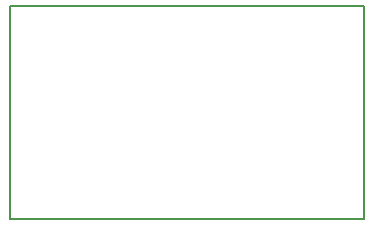
<source format=gbr>
G04 #@! TF.FileFunction,Profile,NP*
%FSLAX46Y46*%
G04 Gerber Fmt 4.6, Leading zero omitted, Abs format (unit mm)*
G04 Created by KiCad (PCBNEW 4.0.3-stable) date 09/13/16 11:07:30*
%MOMM*%
%LPD*%
G01*
G04 APERTURE LIST*
%ADD10C,0.100000*%
%ADD11C,0.150000*%
G04 APERTURE END LIST*
D10*
D11*
X22000000Y-14000000D02*
X22000000Y-32000000D01*
X22000000Y-14000000D02*
X-8000000Y-14000000D01*
X-8000000Y-32000000D02*
X22000000Y-32000000D01*
X-8000000Y-14000000D02*
X-8000000Y-32000000D01*
M02*

</source>
